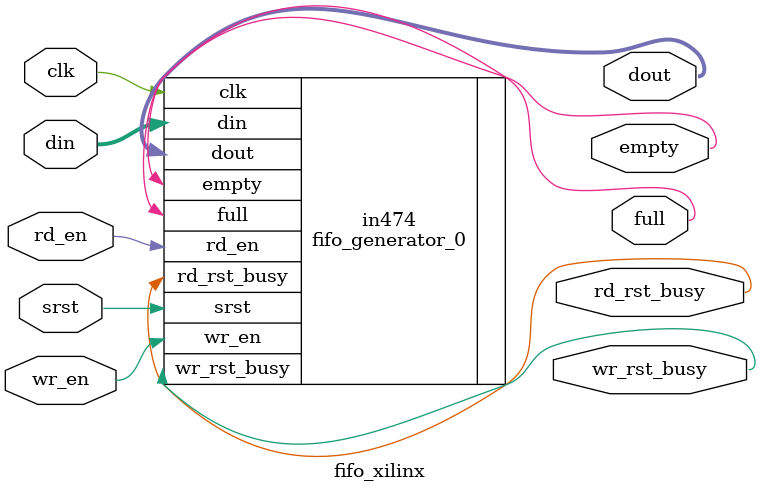
<source format=v>
`timescale 1ns / 1ps
module fifo_xilinx(
    clk,
    srst,
    din,
    wr_en,
    rd_en,
    dout,
    full,
    empty,
    wr_rst_busy,
    rd_rst_busy
);
    
    input clk;
    input srst;
    input wire [31 : 0] din;
    input wr_en;
    input rd_en;
    output wire [31 : 0] dout;
    output full;
    output empty;
    output wr_rst_busy;
    output rd_rst_busy;
    
 fifo_generator_0 in474 (
  .clk(clk),                  // input wire clk
  .srst(srst),                // input wire srst
  .din(din),                  // input wire [31 : 0] din
  .wr_en(wr_en),              // input wire wr_en
  .rd_en(rd_en),              // input wire rd_en
  .dout(dout),                // output wire [31 : 0] dout
  .full(full),                // output wire full
  .empty(empty),              // output wire empty
  .wr_rst_busy(wr_rst_busy),  // output wire wr_rst_busy
  .rd_rst_busy(rd_rst_busy)  // output wire rd_rst_busy   
    );
    
endmodule

</source>
